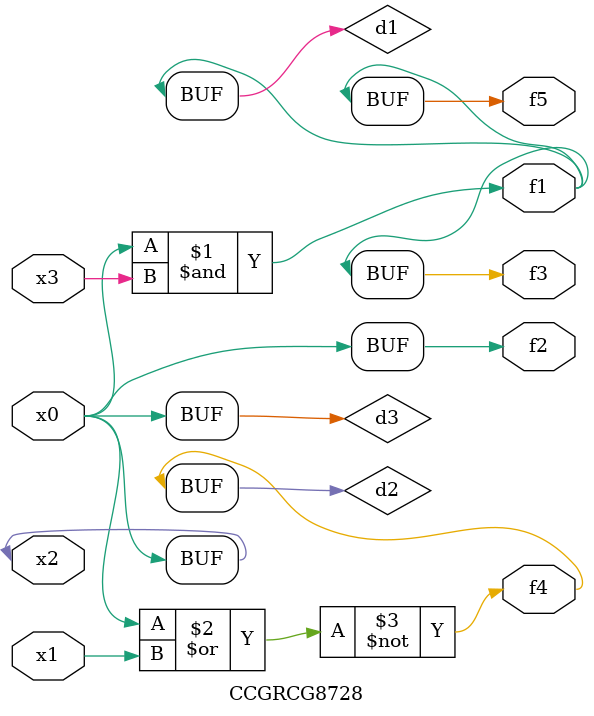
<source format=v>
module CCGRCG8728(
	input x0, x1, x2, x3,
	output f1, f2, f3, f4, f5
);

	wire d1, d2, d3;

	and (d1, x2, x3);
	nor (d2, x0, x1);
	buf (d3, x0, x2);
	assign f1 = d1;
	assign f2 = d3;
	assign f3 = d1;
	assign f4 = d2;
	assign f5 = d1;
endmodule

</source>
